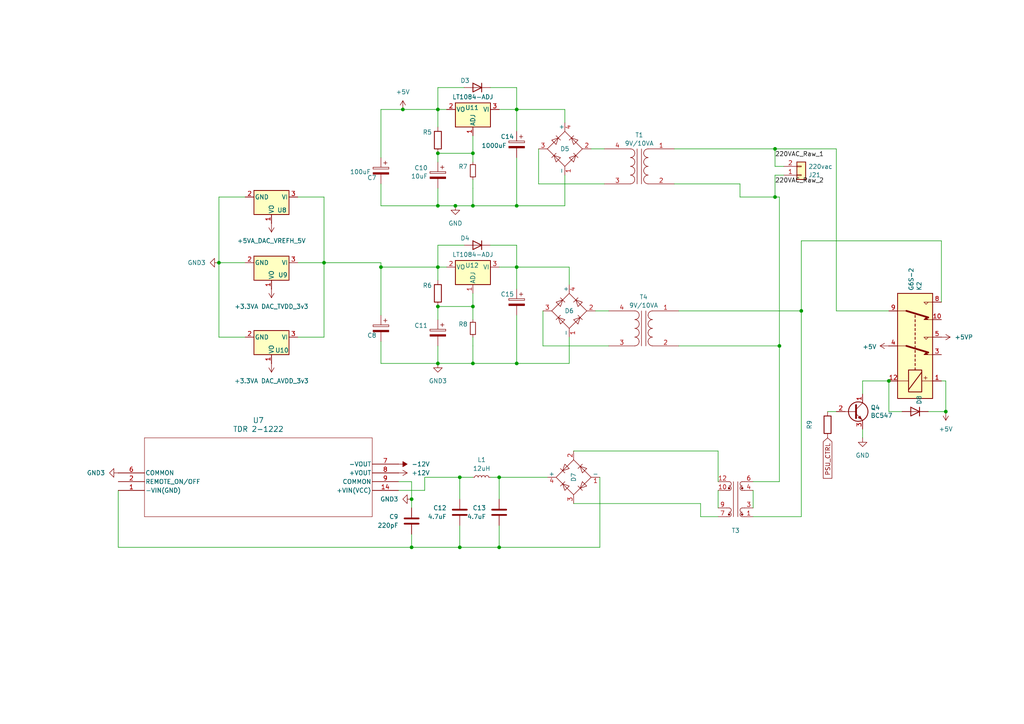
<source format=kicad_sch>
(kicad_sch (version 20250114) (generator "eeschema") (generator_version "9.0")
  (paper "A4")
  (lib_symbols
    (symbol "Connector_Generic:Conn_01x02" (pin_names (offset 1.016) (hide yes))
      (property "Reference" "J" (at 0 2.54 0))
      (property "Value" "Conn_01x02" (at 0 -5.08 0))
      (symbol "Conn_01x02_1_1"
        (rectangle (start -1.27 1.27) (end 1.27 -3.81) (stroke (width 0.254)) (fill (type background)))
        (rectangle (start -1.27 0.127) (end 0 -0.127) (stroke (width 0.1524)))
        (rectangle (start -1.27 -2.413) (end 0 -2.667) (stroke (width 0.1524)))
        (pin passive line (at -5.08 0 0) (length 3.81) (name "Pin_1") (number "1"))
        (pin passive line (at -5.08 -2.54 0) (length 3.81) (name "Pin_2") (number "2"))
      )
    )
    (symbol "Device:C" (pin_numbers (hide yes)) (pin_names (offset 0.254))
      (property "Reference" "C" (at 0.635 2.54 0))
      (property "Value" "C" (at 0.635 -2.54 0))
      (symbol "C_0_1"
        (polyline (pts (xy -2.032 0.762) (xy 2.032 0.762)) (stroke (width 0.508)))
        (polyline (pts (xy -2.032 -0.762) (xy 2.032 -0.762)) (stroke (width 0.508)))
      )
      (symbol "C_1_1"
        (pin passive line (at 0 3.81 270) (length 2.794) (name "~") (number "1"))
        (pin passive line (at 0 -3.81 90) (length 2.794) (name "~") (number "2"))
      )
    )
    (symbol "Device:C_Polarized" (pin_numbers (hide yes)) (pin_names (offset 0.254))
      (property "Reference" "C" (at 0.635 2.54 0))
      (property "Value" "C_Polarized" (at 0.635 -2.54 0))
      (symbol "C_Polarized_0_1"
        (rectangle (start -2.286 0.508) (end 2.286 1.016))
        (polyline (pts (xy -1.778 2.286) (xy -0.762 2.286)))
        (polyline (pts (xy -1.27 2.794) (xy -1.27 1.778)))
        (rectangle (start 2.286 -0.508) (end -2.286 -1.016) (fill (type outline)))
      )
      (symbol "C_Polarized_1_1"
        (pin passive line (at 0 3.81 270) (length 2.794) (name "~") (number "1"))
        (pin passive line (at 0 -3.81 90) (length 2.794) (name "~") (number "2"))
      )
    )
    (symbol "Device:L_Small" (pin_numbers (hide yes)) (pin_names (offset 0.254) (hide yes))
      (property "Reference" "L" (at 0.762 1.016 0))
      (property "Value" "L_Small" (at 0.762 -1.016 0))
      (symbol "L_Small_0_1"
        (arc (start 0 2.032) (mid 0.5058 1.524) (end 0 1.016))
        (arc (start 0 1.016) (mid 0.5058 0.508) (end 0 0))
        (arc (start 0 0) (mid 0.5058 -0.508) (end 0 -1.016))
        (arc (start 0 -1.016) (mid 0.5058 -1.524) (end 0 -2.032))
      )
      (symbol "L_Small_1_1"
        (pin passive line (at 0 2.54 270) (length 0.508) (name "~") (number "1"))
        (pin passive line (at 0 -2.54 90) (length 0.508) (name "~") (number "2"))
      )
    )
    (symbol "Device:R" (pin_numbers (hide yes)) (pin_names (offset 0))
      (property "Reference" "R" (at 2.032 0 90))
      (property "Value" "R" (at 0 0 90))
      (symbol "R_0_1"
        (rectangle (start -1.016 -2.54) (end 1.016 2.54) (stroke (width 0.254)))
      )
      (symbol "R_1_1"
        (pin passive line (at 0 3.81 270) (length 1.27) (name "~") (number "1"))
        (pin passive line (at 0 -3.81 90) (length 1.27) (name "~") (number "2"))
      )
    )
    (symbol "Device:R_Small" (pin_numbers (hide yes)) (pin_names (offset 0.254) (hide yes))
      (property "Reference" "R" (at 0 0 90))
      (property "Value" "R_Small" (at 1.778 0 90))
      (symbol "R_Small_0_1"
        (rectangle (start -0.762 1.778) (end 0.762 -1.778) (stroke (width 0.2032)))
      )
      (symbol "R_Small_1_1"
        (pin passive line (at 0 2.54 270) (length 0.762) (name "~") (number "1"))
        (pin passive line (at 0 -2.54 90) (length 0.762) (name "~") (number "2"))
      )
    )
    (symbol "Device:Transformer_1P_1S" (pin_names (offset 1.016) (hide yes))
      (property "Reference" "T" (at 0 6.35 0))
      (property "Value" "Transformer_1P_1S" (at 0 -7.62 0))
      (symbol "Transformer_1P_1S_0_1"
        (arc (start -1.27 3.81) (mid -1.656 2.9336) (end -2.54 2.5654))
        (arc (start -1.27 1.27) (mid -1.656 0.3936) (end -2.54 0.0254))
        (arc (start -1.27 -1.27) (mid -1.656 -2.1464) (end -2.54 -2.5146))
        (arc (start -1.27 -3.81) (mid -1.656 -4.6864) (end -2.54 -5.0546))
        (arc (start -2.54 5.08) (mid -1.642 4.708) (end -1.27 3.81))
        (arc (start -2.54 2.54) (mid -1.642 2.168) (end -1.27 1.27))
        (arc (start -2.54 0) (mid -1.642 -0.372) (end -1.27 -1.27))
        (arc (start -2.54 -2.54) (mid -1.642 -2.912) (end -1.27 -3.81))
        (polyline (pts (xy -0.635 5.08) (xy -0.635 -5.08)))
        (polyline (pts (xy 0.635 -5.08) (xy 0.635 5.08)))
        (arc (start 1.2954 3.81) (mid 1.6457 4.7117) (end 2.54 5.08))
        (arc (start 1.2954 1.27) (mid 1.6457 2.1717) (end 2.54 2.54))
        (arc (start 1.2954 -1.27) (mid 1.6457 -0.3683) (end 2.54 0))
        (arc (start 2.54 2.5654) (mid 1.6599 2.9299) (end 1.2954 3.81))
        (arc (start 2.54 0.0254) (mid 1.6599 0.3899) (end 1.2954 1.27))
        (arc (start 2.54 -2.5146) (mid 1.6599 -2.1501) (end 1.2954 -1.27))
        (arc (start 1.3208 -3.81) (mid 1.6711 -2.9085) (end 2.5654 -2.54))
        (arc (start 2.5654 -5.0546) (mid 1.6851 -4.6902) (end 1.3208 -3.81))
      )
      (symbol "Transformer_1P_1S_1_1"
        (pin passive line (at -10.16 5.08 0) (length 7.62) (name "AA") (number "1"))
        (pin passive line (at -10.16 -5.08 0) (length 7.62) (name "AB") (number "2"))
        (pin passive line (at 10.16 5.08 180) (length 7.62) (name "SB") (number "4"))
        (pin passive line (at 10.16 -5.08 180) (length 7.62) (name "SA") (number "3"))
      )
    )
    (symbol "Diode:1N4004" (pin_numbers (hide yes)) (pin_names (hide yes))
      (property "Reference" "D" (at 0 2.54 0))
      (property "Value" "1N4004" (at 0 -2.54 0))
      (symbol "1N4004_0_1"
        (polyline (pts (xy -1.27 1.27) (xy -1.27 -1.27)) (stroke (width 0.254)))
        (polyline (pts (xy 1.27 1.27) (xy 1.27 -1.27) (xy -1.27 0) (xy 1.27 1.27)) (stroke (width 0.254)))
        (polyline (pts (xy 1.27 0) (xy -1.27 0)))
      )
      (symbol "1N4004_1_1"
        (pin passive line (at -3.81 0 0) (length 2.54) (name "K") (number "1"))
        (pin passive line (at 3.81 0 180) (length 2.54) (name "A") (number "2"))
      )
    )
    (symbol "Diode_Bridge:B80C3x00-2200A" (pin_names (offset 0))
      (property "Reference" "D" (at 2.54 6.985 0))
      (property "Value" "B80C3x00-2200A" (at 2.54 5.08 0))
      (symbol "B80C3x00-2200A_0_1"
        (polyline (pts (xy -5.08 0) (xy 0 -5.08) (xy 5.08 0) (xy 0 5.08) (xy -5.08 0)))
        (polyline (pts (xy -3.81 2.54) (xy -2.54 1.27) (xy -1.905 3.175) (xy -3.81 2.54)))
        (polyline (pts (xy -2.54 3.81) (xy -1.27 2.54)))
        (polyline (pts (xy -2.54 -1.27) (xy -3.81 -2.54) (xy -1.905 -3.175) (xy -2.54 -1.27)))
        (polyline (pts (xy -1.27 -2.54) (xy -2.54 -3.81)))
        (polyline (pts (xy 1.27 2.54) (xy 2.54 3.81) (xy 3.175 1.905) (xy 1.27 2.54)))
        (polyline (pts (xy 2.54 1.27) (xy 3.81 2.54)))
        (polyline (pts (xy 2.54 -1.27) (xy 3.81 -2.54)))
        (polyline (pts (xy 3.175 -1.905) (xy 1.27 -2.54) (xy 2.54 -3.81) (xy 3.175 -1.905)))
      )
      (symbol "B80C3x00-2200A_1_1"
        (pin passive line (at -7.62 0 0) (length 2.54) (name "-") (number "1"))
        (pin passive line (at 0 7.62 270) (length 2.54) (name "~") (number "2"))
        (pin passive line (at 0 -7.62 90) (length 2.54) (name "~") (number "3"))
        (pin passive line (at 7.62 0 180) (length 2.54) (name "+") (number "4"))
      )
    )
    (symbol "Regulator_Linear:LT1084-ADJ" (pin_names (offset 0.254))
      (property "Reference" "U" (at -3.81 3.175 0))
      (property "Value" "LT1084-ADJ" (at 0 3.175 0))
      (symbol "LT1084-ADJ_0_1"
        (rectangle (start -5.08 1.905) (end 5.08 -5.08) (stroke (width 0.254)) (fill (type background)))
      )
      (symbol "LT1084-ADJ_1_1"
        (pin power_in line (at -7.62 0 0) (length 2.54) (name "VI") (number "3"))
        (pin input line (at 0 -7.62 90) (length 2.54) (name "ADJ") (number "1"))
        (pin power_out line (at 7.62 0 180) (length 2.54) (name "VO") (number "2"))
      )
    )
    (symbol "Relay:G6S-2"
      (property "Reference" "K" (at 16.51 3.81 0))
      (property "Value" "G6S-2" (at 16.51 1.27 0))
      (symbol "G6S-2_0_0"
        (text "+" (at -9.271 2.921 0) (effects (font (size 1.27 1.27))))
      )
      (symbol "G6S-2_0_1"
        (rectangle (start -15.24 5.08) (end 15.24 -5.08) (stroke (width 0.254)) (fill (type background)))
        (rectangle (start -13.335 1.905) (end -6.985 -1.905) (stroke (width 0.254)))
        (polyline (pts (xy -12.7 -1.905) (xy -7.62 1.905)) (stroke (width 0.254)))
        (polyline (pts (xy -10.16 5.08) (xy -10.16 1.905)))
        (polyline (pts (xy -10.16 -5.08) (xy -10.16 -1.905)))
        (polyline (pts (xy -6.985 0) (xy -6.35 0)) (stroke (width 0.254)))
        (polyline (pts (xy -5.715 0) (xy -5.08 0)) (stroke (width 0.254)))
        (polyline (pts (xy -4.445 0) (xy -3.81 0)) (stroke (width 0.254)))
        (polyline (pts (xy -3.175 0) (xy -2.54 0)) (stroke (width 0.254)))
        (polyline (pts (xy -2.54 5.08) (xy -2.54 2.54) (xy -1.905 3.175) (xy -2.54 3.81)) (fill (type outline)))
        (polyline (pts (xy -1.905 0) (xy -1.27 0)) (stroke (width 0.254)))
        (polyline (pts (xy -0.635 0) (xy 0 0)) (stroke (width 0.254)))
        (polyline (pts (xy 0 -2.54) (xy -1.905 3.81)) (stroke (width 0.508)))
        (polyline (pts (xy 0 -2.54) (xy 0 -5.08)))
        (polyline (pts (xy 0.635 0) (xy 1.27 0)) (stroke (width 0.254)))
        (polyline (pts (xy 1.905 0) (xy 2.54 0)) (stroke (width 0.254)))
        (polyline (pts (xy 2.54 5.08) (xy 2.54 2.54) (xy 1.905 3.175) (xy 2.54 3.81)))
        (polyline (pts (xy 3.175 0) (xy 3.81 0)) (stroke (width 0.254)))
        (polyline (pts (xy 4.445 0) (xy 5.08 0)) (stroke (width 0.254)))
        (polyline (pts (xy 5.715 0) (xy 6.35 0)) (stroke (width 0.254)))
        (polyline (pts (xy 6.985 0) (xy 7.62 0)) (stroke (width 0.254)))
        (polyline (pts (xy 7.62 5.08) (xy 7.62 2.54) (xy 8.255 3.175) (xy 7.62 3.81)) (fill (type outline)))
        (polyline (pts (xy 8.255 0) (xy 8.89 0)) (stroke (width 0.254)))
        (polyline (pts (xy 10.16 -2.54) (xy 8.255 3.81)) (stroke (width 0.508)))
        (polyline (pts (xy 10.16 -2.54) (xy 10.16 -5.08)))
        (polyline (pts (xy 12.7 5.08) (xy 12.7 2.54) (xy 12.065 3.175) (xy 12.7 3.81)))
      )
      (symbol "G6S-2_1_1"
        (pin passive line (at -10.16 7.62 270) (length 2.54) (name "~") (number "1"))
        (pin passive line (at -10.16 -7.62 90) (length 2.54) (name "~") (number "12"))
        (pin passive line (at -2.54 7.62 270) (length 2.54) (name "~") (number "3"))
        (pin passive line (at 0 -7.62 90) (length 2.54) (name "~") (number "4"))
        (pin passive line (at 2.54 7.62 270) (length 2.54) (name "~") (number "5"))
        (pin passive line (at 7.62 7.62 270) (length 2.54) (name "~") (number "10"))
        (pin passive line (at 10.16 -7.62 90) (length 2.54) (name "~") (number "9"))
        (pin passive line (at 12.7 7.62 270) (length 2.54) (name "~") (number "8"))
      )
    )
    (symbol "Transformer:Triad_VPP16-310"
      (property "Reference" "TR" (at 0 12.7 0))
      (property "Value" "Triad_VPP16-310" (at 0 10.16 0))
      (symbol "Triad_VPP16-310_0_0"
        (pin passive line (at -5.08 5.08 0) (length 2.54) (name "~") (number "1"))
        (pin passive line (at -5.08 2.54 0) (length 2.54) (name "~") (number "3"))
        (pin passive line (at -5.08 -2.54 0) (length 2.54) (name "~") (number "4"))
        (pin passive line (at -5.08 -5.08 0) (length 2.54) (name "~") (number "6"))
        (pin passive line (at 5.08 5.08 180) (length 2.54) (name "~") (number "7"))
        (pin passive line (at 5.08 2.54 180) (length 2.54) (name "~") (number "9"))
        (pin passive line (at 5.08 -2.54 180) (length 2.54) (name "~") (number "10"))
        (pin passive line (at 5.08 -5.08 180) (length 2.54) (name "~") (number "12"))
      )
      (symbol "Triad_VPP16-310_0_1"
        (polyline (pts (xy -2.54 5.08) (xy -1.905 5.08)))
        (polyline (pts (xy -2.54 2.54) (xy -1.905 2.54)))
        (polyline (pts (xy -2.54 -2.54) (xy -1.905 -2.54)))
        (polyline (pts (xy -2.54 -5.08) (xy -1.905 -5.08)))
        (arc (start -1.905 5.08) (mid -1.27 4.445) (end -1.905 3.81))
        (arc (start -1.905 3.81) (mid -1.27 3.175) (end -1.905 2.54))
        (arc (start -1.905 -2.54) (mid -1.27 -3.175) (end -1.905 -3.81))
        (arc (start -1.905 -3.81) (mid -1.27 -4.445) (end -1.905 -5.08))
        (polyline (pts (xy -0.635 5.08) (xy -0.635 -5.08)))
        (polyline (pts (xy 0.635 5.08) (xy 0.635 -5.08)))
        (polyline (pts (xy 1.905 5.08) (xy 2.54 5.08)))
        (arc (start 1.905 3.81) (mid 1.27 4.445) (end 1.905 5.08))
        (arc (start 1.905 2.54) (mid 1.27 3.175) (end 1.905 3.81))
        (polyline (pts (xy 1.905 2.54) (xy 2.54 2.54)))
        (polyline (pts (xy 1.905 -2.54) (xy 2.54 -2.54)))
        (arc (start 1.905 -3.81) (mid 1.27 -3.175) (end 1.905 -2.54))
        (arc (start 1.905 -5.08) (mid 1.27 -4.445) (end 1.905 -3.81))
        (polyline (pts (xy 1.905 -5.08) (xy 2.54 -5.08)))
      )
      (symbol "Triad_VPP16-310_1_1"
        (circle (center -1.905 4.445) (radius 0.254) (fill (type outline)))
        (circle (center -1.905 -3.175) (radius 0.254) (fill (type outline)))
        (circle (center 1.905 4.445) (radius 0.254) (fill (type outline)))
        (circle (center 1.905 -3.175) (radius 0.254) (fill (type outline)))
      )
    )
    (symbol "Transistor_BJT:BC547" (pin_names (offset 0) (hide yes))
      (property "Reference" "Q" (at 5.08 1.905 0))
      (property "Value" "BC547" (at 5.08 0 0))
      (symbol "BC547_0_1"
        (polyline (pts (xy -2.54 0) (xy 0.635 0)))
        (polyline (pts (xy 0.635 1.905) (xy 0.635 -1.905)) (stroke (width 0.508)))
        (circle (center 1.27 0) (radius 2.8194) (stroke (width 0.254)))
      )
      (symbol "BC547_1_1"
        (polyline (pts (xy 0.635 0.635) (xy 2.54 2.54)))
        (polyline (pts (xy 0.635 -0.635) (xy 2.54 -2.54)))
        (polyline (pts (xy 1.27 -1.778) (xy 1.778 -1.27) (xy 2.286 -2.286) (xy 1.27 -1.778)) (fill (type outline)))
        (pin input line (at -5.08 0 0) (length 2.54) (name "B") (number "2"))
        (pin passive line (at 2.54 5.08 270) (length 2.54) (name "C") (number "1"))
        (pin passive line (at 2.54 -5.08 90) (length 2.54) (name "E") (number "3"))
      )
    )
    (symbol "lt3042_breakout:lt3042_breakout" (pin_names (offset 0.254))
      (property "Reference" "U" (at -3.81 3.175 0))
      (property "Value" "lt3042_breakout" (at 0 3.175 0))
      (symbol "lt3042_breakout_0_1"
        (rectangle (start -5.08 1.905) (end 5.08 -5.08) (stroke (width 0.254)) (fill (type background)))
      )
      (symbol "lt3042_breakout_1_1"
        (pin power_in line (at -7.62 0 0) (length 2.54) (name "VI") (number "3"))
        (pin power_out line (at 0 -7.62 90) (length 2.54) (name "VO") (number "1"))
        (pin power_in line (at 7.62 0 180) (length 2.54) (name "GND") (number "2"))
      )
    )
    (symbol "power:+12V" (power) (pin_numbers (hide yes)) (pin_names (offset 0) (hide yes))
      (property "Value" "+12V" (at 0 3.556 0))
      (symbol "+12V_0_1"
        (polyline (pts (xy -0.762 1.27) (xy 0 2.54)))
        (polyline (pts (xy 0 2.54) (xy 0.762 1.27)))
        (polyline (pts (xy 0 0) (xy 0 2.54)))
      )
      (symbol "+12V_1_1"
        (pin power_in line (at 0 0 90) (length 0) (name "~") (number "1"))
      )
    )
    (symbol "power:+3.3VA" (power) (pin_numbers (hide yes)) (pin_names (offset 0) (hide yes))
      (property "Value" "+3.3VA" (at 0 3.556 0))
      (symbol "+3.3VA_0_1"
        (polyline (pts (xy -0.762 1.27) (xy 0 2.54)))
        (polyline (pts (xy 0 2.54) (xy 0.762 1.27)))
        (polyline (pts (xy 0 0) (xy 0 2.54)))
      )
      (symbol "+3.3VA_1_1"
        (pin power_in line (at 0 0 90) (length 0) (name "~") (number "1"))
      )
    )
    (symbol "power:+5V" (power) (pin_numbers (hide yes)) (pin_names (offset 0) (hide yes))
      (property "Value" "+5V" (at 0 3.556 0))
      (symbol "+5V_0_1"
        (polyline (pts (xy -0.762 1.27) (xy 0 2.54)))
        (polyline (pts (xy 0 2.54) (xy 0.762 1.27)))
        (polyline (pts (xy 0 0) (xy 0 2.54)))
      )
      (symbol "+5V_1_1"
        (pin power_in line (at 0 0 90) (length 0) (name "~") (number "1"))
      )
    )
    (symbol "power:+5VA" (power) (pin_numbers (hide yes)) (pin_names (offset 0) (hide yes))
      (property "Value" "+5VA" (at 0 3.556 0))
      (symbol "+5VA_0_1"
        (polyline (pts (xy -0.762 1.27) (xy 0 2.54)))
        (polyline (pts (xy 0 2.54) (xy 0.762 1.27)))
        (polyline (pts (xy 0 0) (xy 0 2.54)))
      )
      (symbol "+5VA_1_1"
        (pin power_in line (at 0 0 90) (length 0) (name "~") (number "1"))
      )
    )
    (symbol "power:+5VP" (power) (pin_numbers (hide yes)) (pin_names (offset 0) (hide yes))
      (property "Value" "+5VP" (at 0 3.556 0))
      (symbol "+5VP_0_1"
        (polyline (pts (xy -0.762 1.27) (xy 0 2.54)))
        (polyline (pts (xy 0 2.54) (xy 0.762 1.27)))
        (polyline (pts (xy 0 0) (xy 0 2.54)))
      )
      (symbol "+5VP_1_1"
        (pin power_in line (at 0 0 90) (length 0) (name "~") (number "1"))
      )
    )
    (symbol "power:-12V" (power) (pin_numbers (hide yes)) (pin_names (offset 0) (hide yes))
      (property "Value" "-12V" (at 0 3.556 0))
      (symbol "-12V_0_0"
        (pin power_in line (at 0 0 90) (length 0) (name "~") (number "1"))
      )
      (symbol "-12V_0_1"
        (polyline (pts (xy 0 0) (xy 0 1.27) (xy 0.762 1.27) (xy 0 2.54) (xy -0.762 1.27) (xy 0 1.27)) (fill (type outline)))
      )
    )
    (symbol "power:GND" (power) (pin_numbers (hide yes)) (pin_names (offset 0) (hide yes))
      (property "Value" "GND" (at 0 -3.81 0))
      (symbol "GND_0_1"
        (polyline (pts (xy 0 0) (xy 0 -1.27) (xy 1.27 -1.27) (xy 0 -2.54) (xy -1.27 -1.27) (xy 0 -1.27)))
      )
      (symbol "GND_1_1"
        (pin power_in line (at 0 0 270) (length 0) (name "~") (number "1"))
      )
    )
    (symbol "power:GND2" (power) (pin_numbers (hide yes)) (pin_names (offset 0) (hide yes))
      (property "Value" "GND2" (at 0 -3.81 0))
      (symbol "GND2_0_1"
        (polyline (pts (xy 0 0) (xy 0 -1.27) (xy 1.27 -1.27) (xy 0 -2.54) (xy -1.27 -1.27) (xy 0 -1.27)))
      )
      (symbol "GND2_1_1"
        (pin power_in line (at 0 0 270) (length 0) (name "~") (number "1"))
      )
    )
    (symbol "power:GND3" (power) (pin_numbers (hide yes)) (pin_names (offset 0) (hide yes))
      (property "Value" "GND3" (at 0 -3.81 0))
      (symbol "GND3_0_1"
        (polyline (pts (xy 0 0) (xy 0 -1.27) (xy 1.27 -1.27) (xy 0 -2.54) (xy -1.27 -1.27) (xy 0 -1.27)))
      )
      (symbol "GND3_1_1"
        (pin power_in line (at 0 0 270) (length 0) (name "~") (number "1"))
      )
    )
    (symbol "tdr2_1222_traco:TDR_2-1222" (pin_names (offset 0.254))
      (property "Reference" "U" (at 40.64 12.7 0))
      (property "Value" "TDR 2-1222" (at 40.64 10.16 0))
      (symbol "TDR_2-1222_0_1"
        (polyline (pts (xy 7.62 7.62) (xy 7.62 -15.24)) (stroke (width 0.127)))
        (polyline (pts (xy 7.62 -15.24) (xy 73.66 -15.24)) (stroke (width 0.127)))
        (polyline (pts (xy 73.66 7.62) (xy 7.62 7.62)) (stroke (width 0.127)))
        (polyline (pts (xy 73.66 -15.24) (xy 73.66 7.62)) (stroke (width 0.127)))
        (pin power_out line (at 0 0 0) (length 7.62) (name "-VIN(GND)") (number "1"))
        (pin unspecified line (at 0 -2.54 0) (length 7.62) (name "REMOTE_ON/OFF") (number "2"))
        (pin unspecified line (at 0 -5.08 0) (length 7.62) (name "COMMON") (number "6"))
        (pin power_in line (at 81.28 0 180) (length 7.62) (name "+VIN(VCC)") (number "14"))
        (pin unspecified line (at 81.28 -2.54 180) (length 7.62) (name "COMMON") (number "9"))
        (pin power_in line (at 81.28 -5.08 180) (length 7.62) (name "+VOUT") (number "8"))
        (pin power_in line (at 81.28 -7.62 180) (length 7.62) (name "-VOUT") (number "7"))
      )
    )
  )
  (junction (at 224.79 57.15))
  (junction (at 144.78 158.75))
  (junction (at 137.16 59.69))
  (junction (at 133.35 138.43))
  (junction (at 116.84 31.75))
  (junction (at 144.78 138.43))
  (junction (at 119.38 158.75))
  (junction (at 127 77.47))
  (junction (at 226.06 100.33))
  (junction (at 119.38 144.78))
  (junction (at 137.16 44.45))
  (junction (at 110.49 77.47))
  (junction (at 137.16 88.9))
  (junction (at 127 59.69))
  (junction (at 63.5 76.2))
  (junction (at 274.32 119.38))
  (junction (at 149.86 105.41))
  (junction (at 127 31.75))
  (junction (at 224.79 43.18))
  (junction (at 132.08 59.69))
  (junction (at 133.35 158.75))
  (junction (at 93.98 76.2))
  (junction (at 149.86 77.47))
  (junction (at 257.81 110.49))
  (junction (at 127 88.9))
  (junction (at 127 105.41))
  (junction (at 127 44.45))
  (junction (at 137.16 105.41))
  (junction (at 149.86 31.75))
  (junction (at 232.41 90.17))
  (junction (at 149.86 59.69))
  (wire (pts (xy 137.16 54.61) (xy 137.16 59.69)) (stroke (width 0.1524)))
  (wire (pts (xy 116.84 31.75) (xy 127 31.75)) (stroke (width 0.1524)))
  (wire (pts (xy 133.35 138.43) (xy 133.35 144.78)))
  (wire (pts (xy 166.37 130.81) (xy 208.28 130.81)))
  (wire (pts (xy 144.78 138.43) (xy 142.24 138.43)))
  (wire (pts (xy 149.86 77.47) (xy 165.1 77.47)))
  (wire (pts (xy 163.83 50.8) (xy 163.83 59.69)))
  (wire (pts (xy 250.19 110.49) (xy 250.19 114.3)))
  (wire (pts (xy 242.57 90.17) (xy 257.81 90.17)))
  (wire (pts (xy 137.16 88.9) (xy 127 88.9)))
  (wire (pts (xy 110.49 31.75) (xy 110.49 45.72)) (stroke (width 0.1524)))
  (wire (pts (xy 257.81 110.49) (xy 250.19 110.49)))
  (wire (pts (xy 86.36 97.79) (xy 93.98 97.79)))
  (wire (pts (xy 127 100.33) (xy 127 105.41)))
  (wire (pts (xy 144.78 158.75) (xy 133.35 158.75)))
  (wire (pts (xy 149.86 91.44) (xy 149.86 105.41)) (stroke (width 0.1524)))
  (wire (pts (xy 149.86 77.47) (xy 144.78 77.47)) (stroke (width 0.1524)))
  (wire (pts (xy 149.86 105.41) (xy 137.16 105.41)) (stroke (width 0.1524)))
  (wire (pts (xy 144.78 152.4) (xy 144.78 158.75)))
  (wire (pts (xy 137.16 39.37) (xy 137.16 44.45)))
  (wire (pts (xy 218.44 142.24) (xy 218.44 147.32)))
  (wire (pts (xy 156.21 53.34) (xy 175.26 53.34)))
  (wire (pts (xy 133.35 138.43) (xy 123.19 138.43)))
  (wire (pts (xy 224.79 50.8) (xy 224.79 57.15)))
  (wire (pts (xy 137.16 59.69) (xy 132.08 59.69)) (stroke (width 0.1524)))
  (wire (pts (xy 171.45 43.18) (xy 175.26 43.18)))
  (wire (pts (xy 110.49 53.34) (xy 110.49 59.69)) (stroke (width 0.1524)))
  (wire (pts (xy 250.19 124.46) (xy 250.19 127)))
  (wire (pts (xy 163.83 35.56) (xy 163.83 31.75)))
  (wire (pts (xy 63.5 76.2) (xy 63.5 97.79)))
  (wire (pts (xy 273.05 110.49) (xy 274.32 110.49)))
  (wire (pts (xy 129.54 77.47) (xy 127 77.47)) (stroke (width 0.1524)))
  (wire (pts (xy 196.85 100.33) (xy 226.06 100.33)))
  (wire (pts (xy 137.16 138.43) (xy 133.35 138.43)))
  (wire (pts (xy 119.38 154.94) (xy 119.38 158.75)))
  (wire (pts (xy 273.05 69.85) (xy 232.41 69.85)))
  (wire (pts (xy 149.86 25.4) (xy 149.86 31.75)))
  (wire (pts (xy 127 54.61) (xy 127 59.69)))
  (wire (pts (xy 137.16 100.33) (xy 137.16 105.41)) (stroke (width 0.1524)))
  (wire (pts (xy 119.38 144.78) (xy 119.38 147.32)))
  (wire (pts (xy 127 71.12) (xy 127 77.47)) (stroke (width 0.1524)))
  (wire (pts (xy 93.98 76.2) (xy 93.98 97.79)))
  (wire (pts (xy 226.06 100.33) (xy 226.06 139.7)))
  (wire (pts (xy 156.21 43.18) (xy 156.21 53.34)))
  (wire (pts (xy 203.2 146.05) (xy 203.2 149.86)))
  (wire (pts (xy 165.1 97.79) (xy 165.1 105.41)))
  (wire (pts (xy 224.79 48.26) (xy 227.33 48.26)))
  (wire (pts (xy 110.49 31.75) (xy 116.84 31.75)) (stroke (width 0.1524)))
  (wire (pts (xy 110.49 76.2) (xy 110.49 77.47)))
  (wire (pts (xy 166.37 146.05) (xy 203.2 146.05)))
  (wire (pts (xy 132.08 59.69) (xy 127 59.69)) (stroke (width 0.1524)))
  (wire (pts (xy 86.36 57.15) (xy 93.98 57.15)))
  (wire (pts (xy 137.16 88.9) (xy 137.16 92.71)))
  (wire (pts (xy 195.58 43.18) (xy 224.79 43.18)))
  (wire (pts (xy 149.86 31.75) (xy 144.78 31.75)) (stroke (width 0.1524)))
  (wire (pts (xy 149.86 83.82) (xy 149.86 77.47)) (stroke (width 0.1524)))
  (wire (pts (xy 208.28 142.24) (xy 208.28 147.32)))
  (wire (pts (xy 149.86 59.69) (xy 163.83 59.69)))
  (wire (pts (xy 127 105.41) (xy 137.16 105.41)) (stroke (width 0.1524)))
  (wire (pts (xy 208.28 130.81) (xy 208.28 139.7)))
  (wire (pts (xy 71.12 76.2) (xy 63.5 76.2)))
  (wire (pts (xy 137.16 85.09) (xy 137.16 88.9)))
  (wire (pts (xy 127 31.75) (xy 127 36.83)))
  (wire (pts (xy 133.35 152.4) (xy 133.35 158.75)))
  (wire (pts (xy 226.06 57.15) (xy 226.06 100.33)))
  (wire (pts (xy 137.16 44.45) (xy 137.16 46.99)))
  (wire (pts (xy 119.38 158.75) (xy 34.29 158.75)))
  (wire (pts (xy 173.99 158.75) (xy 144.78 158.75)))
  (wire (pts (xy 261.62 119.38) (xy 257.81 119.38)))
  (wire (pts (xy 134.62 71.12) (xy 127 71.12)) (stroke (width 0.1524)))
  (wire (pts (xy 232.41 90.17) (xy 232.41 149.86)))
  (wire (pts (xy 119.38 139.7) (xy 119.38 144.78)))
  (wire (pts (xy 195.58 53.34) (xy 214.63 53.34)))
  (wire (pts (xy 127 25.4) (xy 127 31.75)) (stroke (width 0.1524)))
  (wire (pts (xy 127 77.47) (xy 127 81.28)))
  (wire (pts (xy 149.86 31.75) (xy 163.83 31.75)))
  (wire (pts (xy 165.1 82.55) (xy 165.1 77.47)))
  (wire (pts (xy 173.99 138.43) (xy 173.99 158.75)))
  (wire (pts (xy 157.48 90.17) (xy 157.48 100.33)))
  (wire (pts (xy 224.79 43.18) (xy 224.79 48.26)))
  (wire (pts (xy 127 88.9) (xy 127 92.71)))
  (wire (pts (xy 110.49 77.47) (xy 110.49 91.44)) (stroke (width 0.1524)))
  (wire (pts (xy 134.62 25.4) (xy 127 25.4)) (stroke (width 0.1524)))
  (wire (pts (xy 158.75 138.43) (xy 144.78 138.43)))
  (wire (pts (xy 93.98 76.2) (xy 110.49 76.2)))
  (wire (pts (xy 232.41 69.85) (xy 232.41 90.17)))
  (wire (pts (xy 203.2 149.86) (xy 208.28 149.86)))
  (wire (pts (xy 149.86 105.41) (xy 165.1 105.41)))
  (wire (pts (xy 224.79 50.8) (xy 227.33 50.8)))
  (wire (pts (xy 257.81 110.49) (xy 257.81 119.38)))
  (wire (pts (xy 214.63 53.34) (xy 214.63 57.15)))
  (wire (pts (xy 110.49 99.06) (xy 110.49 105.41)) (stroke (width 0.1524)))
  (wire (pts (xy 172.72 90.17) (xy 176.53 90.17)))
  (wire (pts (xy 110.49 59.69) (xy 127 59.69)) (stroke (width 0.1524)))
  (wire (pts (xy 273.05 87.63) (xy 273.05 69.85)))
  (wire (pts (xy 137.16 97.79) (xy 137.16 100.33)))
  (wire (pts (xy 71.12 97.79) (xy 63.5 97.79)))
  (wire (pts (xy 129.54 31.75) (xy 127 31.75)) (stroke (width 0.1524)))
  (wire (pts (xy 242.57 43.18) (xy 224.79 43.18)))
  (wire (pts (xy 71.12 57.15) (xy 63.5 57.15)))
  (wire (pts (xy 149.86 45.72) (xy 149.86 59.69)) (stroke (width 0.1524)))
  (wire (pts (xy 269.24 119.38) (xy 274.32 119.38)))
  (wire (pts (xy 274.32 110.49) (xy 274.32 119.38)))
  (wire (pts (xy 137.16 52.07) (xy 137.16 54.61)))
  (wire (pts (xy 142.24 25.4) (xy 149.86 25.4)))
  (wire (pts (xy 93.98 57.15) (xy 93.98 76.2)))
  (wire (pts (xy 115.57 139.7) (xy 119.38 139.7)))
  (wire (pts (xy 123.19 142.24) (xy 115.57 142.24)))
  (wire (pts (xy 214.63 57.15) (xy 224.79 57.15)))
  (wire (pts (xy 149.86 71.12) (xy 149.86 77.47)))
  (wire (pts (xy 242.57 43.18) (xy 242.57 90.17)))
  (wire (pts (xy 240.03 119.38) (xy 242.57 119.38)))
  (wire (pts (xy 218.44 149.86) (xy 232.41 149.86)))
  (wire (pts (xy 149.86 59.69) (xy 137.16 59.69)) (stroke (width 0.1524)))
  (wire (pts (xy 157.48 100.33) (xy 176.53 100.33)))
  (wire (pts (xy 34.29 158.75) (xy 34.29 142.24)))
  (wire (pts (xy 218.44 139.7) (xy 226.06 139.7)))
  (wire (pts (xy 110.49 105.41) (xy 127 105.41)) (stroke (width 0.1524)))
  (wire (pts (xy 123.19 138.43) (xy 123.19 142.24)))
  (wire (pts (xy 133.35 158.75) (xy 119.38 158.75)))
  (wire (pts (xy 196.85 90.17) (xy 232.41 90.17)))
  (wire (pts (xy 226.06 57.15) (xy 224.79 57.15)))
  (wire (pts (xy 110.49 77.47) (xy 127 77.47)) (stroke (width 0.1524)))
  (wire (pts (xy 144.78 138.43) (xy 144.78 144.78)))
  (wire (pts (xy 137.16 44.45) (xy 127 44.45)))
  (wire (pts (xy 63.5 57.15) (xy 63.5 76.2)))
  (wire (pts (xy 127 44.45) (xy 127 46.99)))
  (wire (pts (xy 86.36 76.2) (xy 93.98 76.2)))
  (wire (pts (xy 149.86 31.75) (xy 149.86 38.1)) (stroke (width 0.1524)))
  (wire (pts (xy 142.24 71.12) (xy 149.86 71.12)))
  (label "220VAC_Raw_1" (at 224.79 45.72 0))
  (label "220VAC_Raw_2" (at 224.79 53.34 0))
  (global_label "PSU_CTRL" (shape input) (at 240.03 127 270) (property "Intersheetrefs" "${INTERSHEET_REFS}" (effects (hide yes))))
  (symbol (lib_id "power:+12V") (at 115.57 137.16 270) (mirror x) (unit 1)
    (property "Reference" "#PWR049" (effects (hide yes)))
    (property "Value" "+12V" (at 119.38 137.1599 90) (effects (justify left)))
    (property "Description" "Power symbol creates a global label with name \"+12V\"" (effects (hide yes)))
  )
  (symbol (lib_id "lt3042_breakout:lt3042_breakout") (at 78.74 76.2 0) (mirror y) (unit 1)
    (property "Reference" "U9" (at 82.042 79.756 0))
    (property "Value" "lt3042_breakout" (effects (hide yes)))
    (property "Footprint" "Package_TO_SOT_THT:TO-220-3_Vertical" (effects (hide yes)))
    (property "Datasheet" "http://www.ti.com/lit/ds/symlink/lm1084.pdf" (effects (hide yes)))
    (property "Description" "5A 27V Linear Regulator, Fixed Output 3.3V, TO-220/TO-263" (effects (hide yes)))
  )
  (symbol (lib_id "Device:R") (at 240.03 123.19 0) (unit 1)
    (property "Reference" "R9" (at 234.7722 123.19 90))
    (property "Value" "R" (effects (hide yes)))
    (property "Footprint" "Resistor_SMD:R_1206_3216Metric_Pad1.30x1.75mm_HandSolder" (effects (hide yes)))
    (property "Description" "Resistor" (effects (hide yes)))
  )
  (symbol (lib_id "Regulator_Linear:LT1084-ADJ") (at 137.16 31.75 0) (mirror y) (unit 1)
    (property "Reference" "U11" (at 136.906 31.242 0))
    (property "Value" "LT1084-ADJ" (at 137.16 28.1248 0))
    (property "Footprint" "Package_TO_SOT_THT:TO-220-3_Vertical" (effects (hide yes)))
    (property "Datasheet" "https://www.analog.com/media/en/technical-documentation/data-sheets/108345fh.pdf" (effects (hide yes)))
    (property "Description" "5.0A 25V LDO Linear Regulator, Adjustable Output, TO-220/TO-263" (effects (hide yes)))
  )
  (symbol (lib_id "Device:C_Polarized") (at 127 50.8 0) (mirror y) (unit 1)
    (property "Reference" "C10" (at 124.079 48.6988 0) (effects (justify left)))
    (property "Value" "10uF" (at 124.079 51.1231 0) (effects (justify left)))
    (property "Footprint" "Capacitor_THT:CP_Radial_D5.0mm_P2.00mm" (effects (hide yes)))
    (property "Description" "Polarized capacitor" (effects (hide yes)))
  )
  (symbol (lib_id "power:+3.3VA") (at 78.74 83.82 180) (unit 1)
    (property "Reference" "#PWR046" (effects (hide yes)))
    (property "Value" "+3.3VA DAC_TVDD_3v3" (at 78.74 88.9 0))
    (property "Description" "Power symbol creates a global label with name \"+3.3VA\"" (effects (hide yes)))
  )
  (symbol (lib_id "power:GND") (at 132.08 59.69 0) (mirror y) (unit 1)
    (property "Reference" "#PWR053" (effects (hide yes)))
    (property "Value" "GND" (at 132.08 64.77 0))
    (property "Description" "Power symbol creates a global label with name \"GND\" , ground" (effects (hide yes)))
  )
  (symbol (lib_id "power:+5VA") (at 78.74 64.77 180) (unit 1)
    (property "Reference" "#PWR045" (effects (hide yes)))
    (property "Value" "+5VA_DAC_VREFH_5V" (at 78.74 69.85 0))
    (property "Description" "Power symbol creates a global label with name \"+5VA\"" (effects (hide yes)))
  )
  (symbol (lib_id "Diode:1N4004") (at 138.43 71.12 0) (mirror y) (unit 1)
    (property "Reference" "D4" (at 134.874 69.088 0))
    (property "Value" "1N4004" (effects (hide yes)))
    (property "Footprint" "Diode_SMD:D_MicroMELF_Handsoldering" (effects (hide yes)))
    (property "Datasheet" "http://www.vishay.com/docs/88503/1n4001.pdf" (effects (hide yes)))
    (property "Description" "400V 1A General Purpose Rectifier Diode, DO-41" (effects (hide yes)))
    (property "Sim.Device" "D" (effects (hide yes)))
    (property "Sim.Pins" "1=K 2=A" (effects (hide yes)))
  )
  (symbol (lib_id "Device:Transformer_1P_1S") (at 186.69 95.25 0) (mirror y) (unit 1)
    (property "Reference" "T4" (at 186.6773 86.1524 0))
    (property "Value" "9V/10VA" (at 186.6773 88.5767 0))
    (property "Footprint" "MyLibrary:MYRRA_44266" (effects (hide yes)))
    (property "Description" "Transformer, single primary, single secondary" (effects (hide yes)))
  )
  (symbol (lib_id "Device:R") (at 127 40.64 0) (mirror x) (unit 1)
    (property "Reference" "R5" (at 123.952 38.354 0))
    (property "Value" "R" (effects (hide yes)))
    (property "Footprint" "Resistor_SMD:R_1206_3216Metric_Pad1.30x1.75mm_HandSolder" (effects (hide yes)))
    (property "Description" "Resistor" (effects (hide yes)))
  )
  (symbol (lib_id "Relay:G6S-2") (at 265.43 100.33 270) (mirror x) (unit 1)
    (property "Reference" "K2" (at 266.5984 84.328 0) (effects (justify left)))
    (property "Value" "G6S-2" (at 264.287 84.328 0) (effects (justify left)))
    (property "Footprint" "Relay_THT:Relay_DPDT_Omron_G6S-2" (effects (hide yes)))
    (property "Datasheet" "http://omronfs.omron.com/en_US/ecb/products/pdf/en-g6s.pdf" (effects (hide yes)))
    (property "Description" "Compact, Industry-Standard 2-pole relay, designed to switch 2A Signal Loads, Single-side Stable" (effects (hide yes)))
  )
  (symbol (lib_id "Transformer:Triad_VPP16-310") (at 213.36 144.78 180) (unit 1)
    (property "Reference" "T3" (at 213.36 153.8775 0))
    (property "Value" "Triad_VPP16-310" (effects (hide yes)))
    (property "Footprint" "MyLibrary:Transformer_Murata_PL10-28-130B" (effects (hide yes)))
    (property "Datasheet" "https://catalog.triadmagnetics.com/Asset/VPP16-310.pdf" (effects (hide yes)))
    (property "Description" "Power transformer, 2x Pri, 2x Sec, 230/115 VAC to 16/8V (0.31/0.62 A)" (effects (hide yes)))
  )
  (symbol (lib_id "Diode_Bridge:B80C3x00-2200A") (at 166.37 138.43 0) (mirror y) (unit 1)
    (property "Reference" "D7" (at 166.37 138.43 90))
    (property "Value" "B80C3x00-2200A" (effects (hide yes)))
    (property "Footprint" "Diode_THT:Diode_Bridge_Vishay_GBU" (effects (hide yes)))
    (property "Datasheet" "https://diotec.com/tl_files/diotec/files/pdf/datasheets/b40c3700" (effects (hide yes)))
    (property "Description" "Silicon Bridge Rectifier, 80V Vrms, 2.2A If, pins=-AA+, SIL-package" (effects (hide yes)))
  )
  (symbol (lib_id "Diode_Bridge:B80C3x00-2200A") (at 163.83 43.18 270) (mirror x) (unit 1)
    (property "Reference" "D5" (at 163.83 43.18 90))
    (property "Value" "B80C3x00-2200A" (effects (hide yes)))
    (property "Footprint" "Diode_THT:Diode_Bridge_32.0x5.6x17.0mm_P10.0mm_P7.5mm" (effects (hide yes)))
    (property "Datasheet" "https://diotec.com/tl_files/diotec/files/pdf/datasheets/b40c3700" (effects (hide yes)))
    (property "Description" "Silicon Bridge Rectifier, 80V Vrms, 2.2A If, pins=-AA+, SIL-package" (effects (hide yes)))
  )
  (symbol (lib_id "power:+5VP") (at 273.05 97.79 270) (unit 1)
    (property "Reference" "#PWR055" (effects (hide yes)))
    (property "Value" "+5VP" (at 276.86 97.7899 90) (effects (justify left)))
    (property "Description" "Power symbol creates a global label with name \"+5VP\"" (effects (hide yes)))
  )
  (symbol (lib_id "Diode:1N4004") (at 138.43 25.4 0) (mirror y) (unit 1)
    (property "Reference" "D3" (at 134.874 23.368 0))
    (property "Value" "1N4004" (effects (hide yes)))
    (property "Footprint" "Diode_SMD:D_MicroMELF_Handsoldering" (effects (hide yes)))
    (property "Datasheet" "http://www.vishay.com/docs/88503/1n4001.pdf" (effects (hide yes)))
    (property "Description" "400V 1A General Purpose Rectifier Diode, DO-41" (effects (hide yes)))
    (property "Sim.Device" "D" (effects (hide yes)))
    (property "Sim.Pins" "1=K 2=A" (effects (hide yes)))
  )
  (symbol (lib_id "power:+5V") (at 257.81 100.33 90) (unit 1)
    (property "Reference" "#PWR056" (effects (hide yes)))
    (property "Value" "+5V" (at 254.254 100.584 90) (effects (justify left)))
    (property "Description" "Power symbol creates a global label with name \"+5V\"" (effects (hide yes)))
  )
  (symbol (lib_id "tdr2_1222_traco:TDR_2-1222") (at 34.29 142.24 0) (mirror x) (unit 1)
    (property "Reference" "U7" (at 74.93 121.92 0) (effects (font (size 1.524 1.524))))
    (property "Value" "TDR 2-1222" (at 74.93 124.46 0) (effects (font (size 1.524 1.524))))
    (property "Footprint" "MyLibrary:TDR 2 DUAL_TRP" (effects (hide yes)))
    (property "Datasheet" "TDR 2-1222" (effects (hide yes)))
  )
  (symbol (lib_id "Device:C") (at 119.38 151.13 0) (mirror y) (unit 1)
    (property "Reference" "C9" (at 115.57 149.8599 0) (effects (justify left)))
    (property "Value" "220pF" (at 115.57 152.3999 0) (effects (justify left)))
    (property "Footprint" "Capacitor_SMD:C_1206_3216Metric_Pad1.33x1.80mm_HandSolder" (effects (hide yes)))
    (property "Description" "Unpolarized capacitor" (effects (hide yes)))
  )
  (symbol (lib_id "Device:C_Polarized") (at 149.86 41.91 0) (mirror y) (unit 1)
    (property "Reference" "C14" (at 149.098 39.624 0) (effects (justify left)))
    (property "Value" "1000uF" (at 146.939 42.2331 0) (effects (justify left)))
    (property "Footprint" "Capacitor_THT:CP_Radial_D13.0mm_P5.00mm" (effects (hide yes)))
    (property "Description" "Polarized capacitor" (effects (hide yes)))
  )
  (symbol (lib_id "Device:C_Polarized") (at 110.49 49.53 0) (mirror y) (unit 1)
    (property "Reference" "C7" (at 109.22 51.562 0) (effects (justify left)))
    (property "Value" "100uF" (at 107.569 49.8531 0) (effects (justify left)))
    (property "Footprint" "Capacitor_THT:CP_Radial_D8.0mm_P3.50mm" (effects (hide yes)))
    (property "Description" "Polarized capacitor" (effects (hide yes)))
  )
  (symbol (lib_id "Device:L_Small") (at 139.7 138.43 270) (mirror x) (unit 1)
    (property "Reference" "L1" (at 139.7 133.35 90))
    (property "Value" "12uH" (at 139.7 135.89 90))
    (property "Footprint" "Inductor_SMD:L_Neosid_SM-NE127_HandSoldering" (effects (hide yes)))
    (property "Description" "Inductor, small symbol" (effects (hide yes)))
  )
  (symbol (lib_id "Diode:1N4004") (at 265.43 119.38 0) (mirror y) (unit 1)
    (property "Reference" "D8" (at 266.5984 117.348 90) (effects (justify left)))
    (property "Value" "1N4004" (effects (hide yes)))
    (property "Footprint" "Diode_SMD:D_MicroMELF_Handsoldering" (effects (hide yes)))
    (property "Datasheet" "http://www.vishay.com/docs/88503/1n4001.pdf" (effects (hide yes)))
    (property "Description" "400V 1A General Purpose Rectifier Diode, DO-41" (effects (hide yes)))
    (property "Sim.Device" "D" (effects (hide yes)))
    (property "Sim.Pins" "1=K 2=A" (effects (hide yes)))
  )
  (symbol (lib_id "power:+5V") (at 116.84 31.75 0) (mirror y) (unit 1)
    (property "Reference" "#PWR050" (effects (hide yes)))
    (property "Value" "+5V" (at 116.84 26.67 0))
    (property "Description" "Power symbol creates a global label with name \"+5V\"" (effects (hide yes)))
  )
  (symbol (lib_id "power:GND2") (at 34.29 137.16 270) (mirror x) (unit 1)
    (property "Reference" "#PWR043" (effects (hide yes)))
    (property "Value" "GND3" (at 30.48 137.1599 90) (effects (justify right)))
    (property "Description" "Power symbol creates a global label with name \"GND2\" , ground" (effects (hide yes)))
  )
  (symbol (lib_id "Transistor_BJT:BC547") (at 247.65 119.38 0) (unit 1)
    (property "Reference" "Q4" (at 252.5014 118.2116 0) (effects (justify left)))
    (property "Value" "BC547" (at 252.5014 120.523 0) (effects (justify left)))
    (property "Footprint" "Package_TO_SOT_THT:TO-92_Inline" (effects (hide yes)))
    (property "Datasheet" "https://www.onsemi.com/pub/Collateral/BC550-D.pdf" (effects (hide yes)))
    (property "Description" "0.1A Ic, 45V Vce, Small Signal NPN Transistor, TO-92" (effects (hide yes)))
  )
  (symbol (lib_id "power:-12V") (at 115.57 134.62 270) (mirror x) (unit 1)
    (property "Reference" "#PWR048" (effects (hide yes)))
    (property "Value" "-12V" (at 119.38 134.6199 90) (effects (justify left)))
    (property "Description" "Power symbol creates a global label with name \"-12V\"" (effects (hide yes)))
  )
  (symbol (lib_id "Connector_Generic:Conn_01x02") (at 232.41 50.8 0) (mirror x) (unit 1)
    (property "Reference" "J21" (at 234.442 50.7422 0) (effects (justify left)))
    (property "Value" "220vac" (at 234.442 48.3179 0) (effects (justify left)))
    (property "Footprint" "TerminalBlock_Philmore:TerminalBlock_Philmore_TB132_1x02_P5.00mm_Horizontal" (effects (hide yes)))
    (property "Description" "Generic connector, single row, 01x02, script generated (kicad-library-utils/schlib/autogen/connector/)" (effects (hide yes)))
  )
  (symbol (lib_id "Device:C") (at 144.78 148.59 0) (mirror y) (unit 1)
    (property "Reference" "C13" (at 140.97 147.3199 0) (effects (justify left)))
    (property "Value" "4.7uF" (at 140.97 149.8599 0) (effects (justify left)))
    (property "Footprint" "Capacitor_SMD:C_1206_3216Metric_Pad1.33x1.80mm_HandSolder" (effects (hide yes)))
    (property "Description" "Unpolarized capacitor" (effects (hide yes)))
  )
  (symbol (lib_id "Device:C_Polarized") (at 127 96.52 0) (mirror y) (unit 1)
    (property "Reference" "C11" (at 124.079 94.4188 0) (effects (justify left)))
    (property "Value" "C_Polarized" (effects (hide yes)))
    (property "Footprint" "Capacitor_THT:CP_Radial_D5.0mm_P2.00mm" (effects (hide yes)))
    (property "Description" "Polarized capacitor" (effects (hide yes)))
  )
  (symbol (lib_id "Device:R_Small") (at 137.16 49.53 0) (mirror y) (unit 1)
    (property "Reference" "R7" (at 135.6614 48.3178 0) (effects (justify left)))
    (property "Value" "R_Small" (effects (hide yes)))
    (property "Footprint" "Resistor_SMD:R_1206_3216Metric_Pad1.30x1.75mm_HandSolder" (effects (hide yes)))
    (property "Description" "Resistor, small symbol" (effects (hide yes)))
  )
  (symbol (lib_id "Regulator_Linear:LT1084-ADJ") (at 137.16 77.47 0) (mirror y) (unit 1)
    (property "Reference" "U12" (at 136.906 76.962 0))
    (property "Value" "LT1084-ADJ" (at 137.16 73.8448 0))
    (property "Footprint" "Package_TO_SOT_THT:TO-220-3_Vertical" (effects (hide yes)))
    (property "Datasheet" "https://www.analog.com/media/en/technical-documentation/data-sheets/108345fh.pdf" (effects (hide yes)))
    (property "Description" "5.0A 25V LDO Linear Regulator, Adjustable Output, TO-220/TO-263" (effects (hide yes)))
  )
  (symbol (lib_id "lt3042_breakout:lt3042_breakout") (at 78.74 97.79 0) (mirror y) (unit 1)
    (property "Reference" "U10" (at 81.788 101.6 0))
    (property "Value" "lt3042_breakout" (effects (hide yes)))
    (property "Footprint" "Package_TO_SOT_THT:TO-220-3_Vertical" (effects (hide yes)))
    (property "Datasheet" "http://www.ti.com/lit/ds/symlink/lm1084.pdf" (effects (hide yes)))
    (property "Description" "5A 27V Linear Regulator, Fixed Output 3.3V, TO-220/TO-263" (effects (hide yes)))
  )
  (symbol (lib_id "power:GND") (at 250.19 127 0) (mirror y) (unit 1)
    (property "Reference" "#PWR054" (effects (hide yes)))
    (property "Value" "GND" (at 250.19 132.08 0))
    (property "Description" "Power symbol creates a global label with name \"GND\" , ground" (effects (hide yes)))
  )
  (symbol (lib_id "power:GND3") (at 63.5 76.2 270) (mirror x) (unit 1)
    (property "Reference" "#PWR044" (effects (hide yes)))
    (property "Value" "GND3" (at 59.69 76.1999 90) (effects (justify right)))
    (property "Description" "Power symbol creates a global label with name \"GND3\" , ground" (effects (hide yes)))
  )
  (symbol (lib_id "power:+3.3VA") (at 78.74 105.41 180) (unit 1)
    (property "Reference" "#PWR047" (effects (hide yes)))
    (property "Value" "+3.3VA DAC_AVDD_3v3" (at 78.74 110.49 0))
    (property "Description" "Power symbol creates a global label with name \"+3.3VA\"" (effects (hide yes)))
  )
  (symbol (lib_id "Device:C_Polarized") (at 110.49 95.25 0) (mirror y) (unit 1)
    (property "Reference" "C8" (at 109.22 97.282 0) (effects (justify left)))
    (property "Value" "C_Polarized" (effects (hide yes)))
    (property "Footprint" "Capacitor_THT:CP_Radial_D8.0mm_P3.50mm" (effects (hide yes)))
    (property "Description" "Polarized capacitor" (effects (hide yes)))
  )
  (symbol (lib_id "power:GND2") (at 119.38 144.78 270) (mirror x) (unit 1)
    (property "Reference" "#PWR051" (effects (hide yes)))
    (property "Value" "GND3" (at 115.57 144.7799 90) (effects (justify right)))
    (property "Description" "Power symbol creates a global label with name \"GND2\" , ground" (effects (hide yes)))
  )
  (symbol (lib_id "power:GND3") (at 127 105.41 0) (mirror y) (unit 1)
    (property "Reference" "#PWR052" (effects (hide yes)))
    (property "Value" "GND3" (at 127 110.49 0))
    (property "Description" "Power symbol creates a global label with name \"GND3\" , ground" (effects (hide yes)))
  )
  (symbol (lib_id "lt3042_breakout:lt3042_breakout") (at 78.74 57.15 0) (mirror y) (unit 1)
    (property "Reference" "U8" (at 81.788 60.96 0))
    (property "Value" "lt3042_breakout" (effects (hide yes)))
    (property "Footprint" "Package_TO_SOT_THT:TO-220-3_Vertical" (effects (hide yes)))
    (property "Datasheet" "http://www.ti.com/lit/ds/symlink/lm1084.pdf" (effects (hide yes)))
    (property "Description" "5A 27V Linear Regulator, Fixed Output 3.3V, TO-220/TO-263" (effects (hide yes)))
  )
  (symbol (lib_id "Device:C_Polarized") (at 149.86 87.63 0) (mirror y) (unit 1)
    (property "Reference" "C15" (at 149.098 85.344 0) (effects (justify left)))
    (property "Value" "C_Polarized" (effects (hide yes)))
    (property "Footprint" "Capacitor_THT:CP_Radial_D13.0mm_P5.00mm" (effects (hide yes)))
    (property "Description" "Polarized capacitor" (effects (hide yes)))
  )
  (symbol (lib_id "Diode_Bridge:B80C3x00-2200A") (at 165.1 90.17 270) (mirror x) (unit 1)
    (property "Reference" "D6" (at 165.1 90.17 90))
    (property "Value" "B80C3x00-2200A" (effects (hide yes)))
    (property "Footprint" "Diode_THT:Diode_Bridge_Vishay_GBU" (effects (hide yes)))
    (property "Datasheet" "https://diotec.com/tl_files/diotec/files/pdf/datasheets/b40c3700" (effects (hide yes)))
    (property "Description" "Silicon Bridge Rectifier, 80V Vrms, 2.2A If, pins=-AA+, SIL-package" (effects (hide yes)))
  )
  (symbol (lib_id "Device:R") (at 127 85.09 0) (mirror x) (unit 1)
    (property "Reference" "R6" (at 123.952 82.804 0))
    (property "Value" "R" (effects (hide yes)))
    (property "Footprint" "Resistor_SMD:R_1206_3216Metric_Pad1.30x1.75mm_HandSolder" (effects (hide yes)))
    (property "Description" "Resistor" (effects (hide yes)))
  )
  (symbol (lib_id "Device:R_Small") (at 137.16 95.25 0) (mirror y) (unit 1)
    (property "Reference" "R8" (at 135.6614 94.0378 0) (effects (justify left)))
    (property "Value" "R_Small" (effects (hide yes)))
    (property "Footprint" "Resistor_SMD:R_1206_3216Metric_Pad1.30x1.75mm_HandSolder" (effects (hide yes)))
    (property "Description" "Resistor, small symbol" (effects (hide yes)))
  )
  (symbol (lib_id "Device:Transformer_1P_1S") (at 185.42 48.26 0) (mirror y) (unit 1)
    (property "Reference" "T1" (at 185.4073 39.1624 0))
    (property "Value" "9V/10VA" (at 185.4073 41.5867 0))
    (property "Footprint" "MyLibrary:MYRRA_44266" (effects (hide yes)))
    (property "Description" "Transformer, single primary, single secondary" (effects (hide yes)))
  )
  (symbol (lib_id "power:+5V") (at 274.32 119.38 0) (mirror x) (unit 1)
    (property "Reference" "#PWR057" (effects (hide yes)))
    (property "Value" "+5V" (at 274.32 124.46 0))
    (property "Description" "Power symbol creates a global label with name \"+5V\"" (effects (hide yes)))
  )
  (symbol (lib_id "Device:C") (at 133.35 148.59 0) (mirror y) (unit 1)
    (property "Reference" "C12" (at 129.54 147.3199 0) (effects (justify left)))
    (property "Value" "4.7uF" (at 129.54 149.8599 0) (effects (justify left)))
    (property "Footprint" "Capacitor_SMD:C_1206_3216Metric_Pad1.33x1.80mm_HandSolder" (effects (hide yes)))
    (property "Description" "Unpolarized capacitor" (effects (hide yes)))
  )
)
</source>
